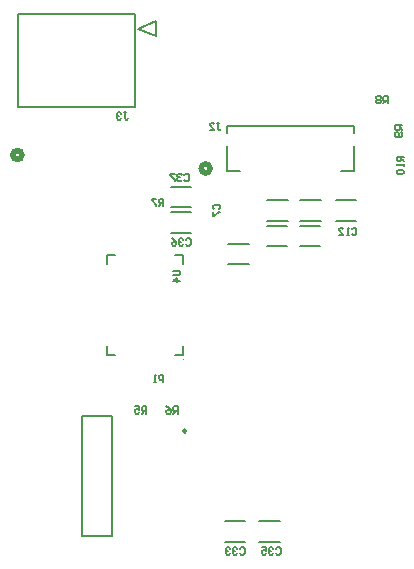
<source format=gbo>
G04*
G04 #@! TF.GenerationSoftware,Altium Limited,Altium Designer,23.10.1 (27)*
G04*
G04 Layer_Color=32896*
%FSLAX25Y25*%
%MOIN*%
G70*
G04*
G04 #@! TF.SameCoordinates,1D9EF59F-A9A3-4DE6-AF9F-94A01C22AB5E*
G04*
G04*
G04 #@! TF.FilePolarity,Positive*
G04*
G01*
G75*
%ADD10C,0.00984*%
%ADD11C,0.02000*%
%ADD12C,0.00394*%
%ADD13C,0.00787*%
%ADD14C,0.00600*%
%ADD16C,0.00591*%
%ADD65C,0.00500*%
D10*
X299685Y344500D02*
G03*
X299685Y344500I-492J0D01*
G01*
D11*
X244937Y436500D02*
G03*
X244937Y436500I-1500J0D01*
G01*
X307690Y432000D02*
G03*
X307690Y432000I-1500J0D01*
G01*
D12*
X298795Y368390D02*
G03*
X298795Y368390I-197J0D01*
G01*
D13*
X264981Y349500D02*
X274981D01*
X264981Y309500D02*
Y349500D01*
Y309500D02*
X274981D01*
Y349500D01*
X273402Y400260D02*
Y403035D01*
Y369965D02*
Y372740D01*
X298598Y400260D02*
Y403035D01*
Y369965D02*
Y372740D01*
X273402Y403035D02*
X276039D01*
X295961D02*
X298598D01*
X273402Y369965D02*
X276039D01*
X295961D02*
X298598D01*
X313693Y400153D02*
X320583D01*
X313714Y406858D02*
X320604D01*
X312555Y307653D02*
X319445D01*
X312576Y314358D02*
X319466D01*
X294555Y419153D02*
X301445D01*
X294576Y425858D02*
X301466D01*
X324055Y314347D02*
X330945D01*
X324034Y307642D02*
X330924D01*
X294555Y410653D02*
X301445D01*
X294576Y417358D02*
X301466D01*
X337576Y412858D02*
X344466D01*
X337555Y406153D02*
X344445D01*
X349576Y421358D02*
X356466D01*
X349555Y414653D02*
X356445D01*
X337714Y421358D02*
X344604D01*
X337693Y414653D02*
X344583D01*
X326672Y414642D02*
X333562D01*
X326693Y421347D02*
X333583D01*
X326534Y406142D02*
X333424D01*
X326555Y412847D02*
X333445D01*
D14*
X313190Y443756D02*
Y446231D01*
Y431031D02*
X317616D01*
X313190D02*
Y439536D01*
X351164Y431031D02*
X355590D01*
Y443756D02*
Y446231D01*
X313190D02*
X355590D01*
Y431031D02*
Y439536D01*
D16*
X278894Y450681D02*
X279681D01*
X279287D01*
Y448713D01*
X279681Y448319D01*
X280074D01*
X280468Y448713D01*
X278106Y450287D02*
X277713Y450681D01*
X276926D01*
X276532Y450287D01*
Y449894D01*
X276926Y449500D01*
X277319D01*
X276926D01*
X276532Y449106D01*
Y448713D01*
X276926Y448319D01*
X277713D01*
X278106Y448713D01*
X309894Y447181D02*
X310681D01*
X310287D01*
Y445213D01*
X310681Y444819D01*
X311074D01*
X311468Y445213D01*
X307532Y444819D02*
X309106D01*
X307532Y446394D01*
Y446787D01*
X307926Y447181D01*
X308713D01*
X309106Y446787D01*
X292074Y360819D02*
Y363181D01*
X290894D01*
X290500Y362787D01*
Y362000D01*
X290894Y361606D01*
X292074D01*
X289713Y360819D02*
X288926D01*
X289319D01*
Y363181D01*
X289713Y362787D01*
X295319Y397968D02*
X297287D01*
X297681Y397574D01*
Y396787D01*
X297287Y396394D01*
X295319D01*
X297681Y394426D02*
X295319D01*
X296500Y395606D01*
Y394032D01*
X286468Y350319D02*
Y352681D01*
X285287D01*
X284894Y352287D01*
Y351500D01*
X285287Y351106D01*
X286468D01*
X285681D02*
X284894Y350319D01*
X282532Y352681D02*
X284106D01*
Y351500D01*
X283319Y351894D01*
X282926D01*
X282532Y351500D01*
Y350713D01*
X282926Y350319D01*
X283713D01*
X284106Y350713D01*
X296968Y350319D02*
Y352681D01*
X295787D01*
X295394Y352287D01*
Y351500D01*
X295787Y351106D01*
X296968D01*
X296181D02*
X295394Y350319D01*
X293032Y352681D02*
X293819Y352287D01*
X294606Y351500D01*
Y350713D01*
X294213Y350319D01*
X293426D01*
X293032Y350713D01*
Y351106D01*
X293426Y351500D01*
X294606D01*
X367000Y453800D02*
Y456161D01*
X365819D01*
X365426Y455768D01*
Y454981D01*
X365819Y454587D01*
X367000D01*
X366213D02*
X365426Y453800D01*
X364639Y455768D02*
X364245Y456161D01*
X363458D01*
X363064Y455768D01*
Y455374D01*
X363458Y454981D01*
X363064Y454587D01*
Y454194D01*
X363458Y453800D01*
X364245D01*
X364639Y454194D01*
Y454587D01*
X364245Y454981D01*
X364639Y455374D01*
Y455768D01*
X364245Y454981D02*
X363458D01*
X372181Y435952D02*
X369819D01*
Y434771D01*
X370213Y434377D01*
X371000D01*
X371394Y434771D01*
Y435952D01*
Y435165D02*
X372181Y434377D01*
Y433590D02*
Y432803D01*
Y433197D01*
X369819D01*
X370213Y433590D01*
Y431623D02*
X369819Y431229D01*
Y430442D01*
X370213Y430048D01*
X371787D01*
X372181Y430442D01*
Y431229D01*
X371787Y431623D01*
X370213D01*
X371681Y446468D02*
X369319D01*
Y445287D01*
X369713Y444894D01*
X370500D01*
X370894Y445287D01*
Y446468D01*
Y445681D02*
X371681Y444894D01*
X371287Y444106D02*
X371681Y443713D01*
Y442926D01*
X371287Y442532D01*
X369713D01*
X369319Y442926D01*
Y443713D01*
X369713Y444106D01*
X370106D01*
X370500Y443713D01*
Y442532D01*
X317574Y305287D02*
X317968Y305681D01*
X318755D01*
X319149Y305287D01*
Y303713D01*
X318755Y303319D01*
X317968D01*
X317574Y303713D01*
X316787Y305287D02*
X316394Y305681D01*
X315606D01*
X315213Y305287D01*
Y304894D01*
X315606Y304500D01*
X316000D01*
X315606D01*
X315213Y304106D01*
Y303713D01*
X315606Y303319D01*
X316394D01*
X316787Y303713D01*
X314426Y305287D02*
X314032Y305681D01*
X313245D01*
X312851Y305287D01*
Y304894D01*
X313245Y304500D01*
X313638D01*
X313245D01*
X312851Y304106D01*
Y303713D01*
X313245Y303319D01*
X314032D01*
X314426Y303713D01*
X292100Y419600D02*
Y421961D01*
X290919D01*
X290526Y421568D01*
Y420781D01*
X290919Y420387D01*
X292100D01*
X291313D02*
X290526Y419600D01*
X289739Y421961D02*
X288164D01*
Y421568D01*
X289739Y419994D01*
Y419600D01*
X299074Y429787D02*
X299468Y430181D01*
X300255D01*
X300649Y429787D01*
Y428213D01*
X300255Y427819D01*
X299468D01*
X299074Y428213D01*
X298287Y429787D02*
X297894Y430181D01*
X297106D01*
X296713Y429787D01*
Y429394D01*
X297106Y429000D01*
X297500D01*
X297106D01*
X296713Y428606D01*
Y428213D01*
X297106Y427819D01*
X297894D01*
X298287Y428213D01*
X295926Y430181D02*
X294351D01*
Y429787D01*
X295926Y428213D01*
Y427819D01*
X329574Y305287D02*
X329968Y305681D01*
X330755D01*
X331149Y305287D01*
Y303713D01*
X330755Y303319D01*
X329968D01*
X329574Y303713D01*
X328787Y305287D02*
X328394Y305681D01*
X327606D01*
X327213Y305287D01*
Y304894D01*
X327606Y304500D01*
X328000D01*
X327606D01*
X327213Y304106D01*
Y303713D01*
X327606Y303319D01*
X328394D01*
X328787Y303713D01*
X324851Y305681D02*
X326426D01*
Y304500D01*
X325639Y304894D01*
X325245D01*
X324851Y304500D01*
Y303713D01*
X325245Y303319D01*
X326032D01*
X326426Y303713D01*
X299574Y408287D02*
X299968Y408681D01*
X300755D01*
X301149Y408287D01*
Y406713D01*
X300755Y406319D01*
X299968D01*
X299574Y406713D01*
X298787Y408287D02*
X298394Y408681D01*
X297606D01*
X297213Y408287D01*
Y407894D01*
X297606Y407500D01*
X298000D01*
X297606D01*
X297213Y407106D01*
Y406713D01*
X297606Y406319D01*
X298394D01*
X298787Y406713D01*
X294851Y408681D02*
X295638Y408287D01*
X296426Y407500D01*
Y406713D01*
X296032Y406319D01*
X295245D01*
X294851Y406713D01*
Y407106D01*
X295245Y407500D01*
X296426D01*
X354877Y411787D02*
X355271Y412181D01*
X356058D01*
X356452Y411787D01*
Y410213D01*
X356058Y409819D01*
X355271D01*
X354877Y410213D01*
X354090Y409819D02*
X353303D01*
X353697D01*
Y412181D01*
X354090Y411787D01*
X350548Y409819D02*
X352122D01*
X350548Y411394D01*
Y411787D01*
X350942Y412181D01*
X351729D01*
X352122Y411787D01*
X308957Y418394D02*
X308563Y418787D01*
Y419574D01*
X308957Y419968D01*
X310531D01*
X310925Y419574D01*
Y418787D01*
X310531Y418394D01*
X308563Y417606D02*
Y416032D01*
X308957D01*
X310531Y417606D01*
X310925D01*
D65*
X243669Y483618D02*
X282646D01*
X243669Y452516D02*
Y483618D01*
Y452516D02*
X282646D01*
Y483618D01*
X283646Y478500D02*
X289646Y476000D01*
Y481000D01*
X283646Y478500D02*
X289646Y481000D01*
M02*

</source>
